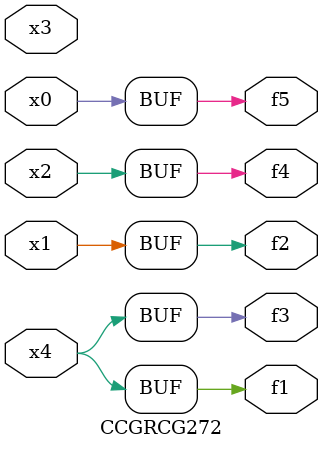
<source format=v>
module CCGRCG272(
	input x0, x1, x2, x3, x4,
	output f1, f2, f3, f4, f5
);
	assign f1 = x4;
	assign f2 = x1;
	assign f3 = x4;
	assign f4 = x2;
	assign f5 = x0;
endmodule

</source>
